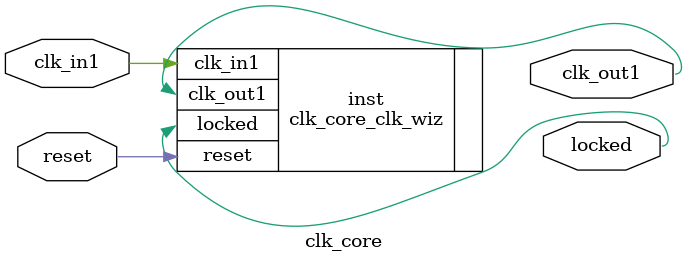
<source format=v>


`timescale 1ps/1ps

(* CORE_GENERATION_INFO = "clk_core,clk_wiz_v6_0_15_0_0,{component_name=clk_core,use_phase_alignment=true,use_min_o_jitter=false,use_max_i_jitter=false,use_dyn_phase_shift=false,use_inclk_switchover=false,use_dyn_reconfig=false,enable_axi=0,feedback_source=FDBK_AUTO,PRIMITIVE=MMCM,num_out_clk=1,clkin1_period=10.000,clkin2_period=10.000,use_power_down=false,use_reset=true,use_locked=true,use_inclk_stopped=false,feedback_type=SINGLE,CLOCK_MGR_TYPE=NA,manual_override=false}" *)

module clk_core 
 (
  // Clock out ports
  output        clk_out1,
  // Status and control signals
  input         reset,
  output        locked,
 // Clock in ports
  input         clk_in1
 );

  clk_core_clk_wiz inst
  (
  // Clock out ports  
  .clk_out1(clk_out1),
  // Status and control signals               
  .reset(reset), 
  .locked(locked),
 // Clock in ports
  .clk_in1(clk_in1)
  );

endmodule

</source>
